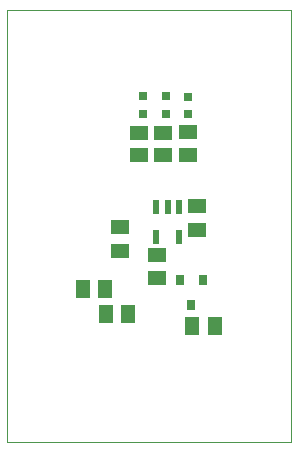
<source format=gbp>
G75*
G70*
%OFA0B0*%
%FSLAX24Y24*%
%IPPOS*%
%LPD*%
%AMOC8*
5,1,8,0,0,1.08239X$1,22.5*
%
%ADD10C,0.0000*%
%ADD11R,0.0512X0.0630*%
%ADD12R,0.0315X0.0354*%
%ADD13R,0.0630X0.0512*%
%ADD14R,0.0315X0.0315*%
%ADD15R,0.0217X0.0472*%
D10*
X000380Y000225D02*
X000380Y014621D01*
X009829Y014621D01*
X009829Y000225D01*
X000380Y000225D01*
D11*
X003663Y004484D03*
X003650Y005330D03*
X002902Y005330D03*
X004411Y004484D03*
X006552Y004112D03*
X007300Y004112D03*
D12*
X006526Y004807D03*
X006152Y005633D03*
X006900Y005633D03*
D13*
X006719Y007311D03*
X006719Y008099D03*
X006395Y009802D03*
X006395Y010550D03*
X005577Y010547D03*
X005577Y009799D03*
X004780Y009790D03*
X004780Y010538D03*
X004154Y007391D03*
X004154Y006604D03*
X005367Y006456D03*
X005367Y005708D03*
D14*
X005661Y011167D03*
X005661Y011757D03*
X006401Y011748D03*
X006401Y011158D03*
X004912Y011159D03*
X004912Y011750D03*
D15*
X005360Y008079D03*
X005734Y008079D03*
X006108Y008079D03*
X006108Y007055D03*
X005360Y007055D03*
M02*

</source>
